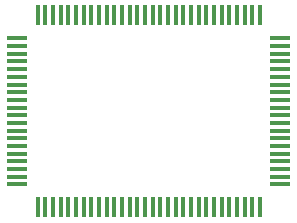
<source format=gbr>
%TF.GenerationSoftware,KiCad,Pcbnew,(6.0.11)*%
%TF.CreationDate,2024-01-13T12:12:08-05:00*%
%TF.ProjectId,PQFP-100-Adapter,50514650-2d31-4303-902d-416461707465,rev?*%
%TF.SameCoordinates,Original*%
%TF.FileFunction,Paste,Top*%
%TF.FilePolarity,Positive*%
%FSLAX46Y46*%
G04 Gerber Fmt 4.6, Leading zero omitted, Abs format (unit mm)*
G04 Created by KiCad (PCBNEW (6.0.11)) date 2024-01-13 12:12:08*
%MOMM*%
%LPD*%
G01*
G04 APERTURE LIST*
G04 Aperture macros list*
%AMRoundRect*
0 Rectangle with rounded corners*
0 $1 Rounding radius*
0 $2 $3 $4 $5 $6 $7 $8 $9 X,Y pos of 4 corners*
0 Add a 4 corners polygon primitive as box body*
4,1,4,$2,$3,$4,$5,$6,$7,$8,$9,$2,$3,0*
0 Add four circle primitives for the rounded corners*
1,1,$1+$1,$2,$3*
1,1,$1+$1,$4,$5*
1,1,$1+$1,$6,$7*
1,1,$1+$1,$8,$9*
0 Add four rect primitives between the rounded corners*
20,1,$1+$1,$2,$3,$4,$5,0*
20,1,$1+$1,$4,$5,$6,$7,0*
20,1,$1+$1,$6,$7,$8,$9,0*
20,1,$1+$1,$8,$9,$2,$3,0*%
G04 Aperture macros list end*
%ADD10RoundRect,0.100000X0.100000X-0.775000X0.100000X0.775000X-0.100000X0.775000X-0.100000X-0.775000X0*%
%ADD11RoundRect,0.100000X0.775000X-0.100000X0.775000X0.100000X-0.775000X0.100000X-0.775000X-0.100000X0*%
G04 APERTURE END LIST*
D10*
%TO.C,U1*%
X142975000Y-105915000D03*
X143625000Y-105915000D03*
X144275000Y-105915000D03*
X144925000Y-105915000D03*
X145575000Y-105915000D03*
X146225000Y-105915000D03*
X146875000Y-105915000D03*
X147525000Y-105915000D03*
X148175000Y-105915000D03*
X148825000Y-105915000D03*
X149475000Y-105915000D03*
X150125000Y-105915000D03*
X150775000Y-105915000D03*
X151425000Y-105915000D03*
X152075000Y-105915000D03*
X152725000Y-105915000D03*
X153375000Y-105915000D03*
X154025000Y-105915000D03*
X154675000Y-105915000D03*
X155325000Y-105915000D03*
X155975000Y-105915000D03*
X156625000Y-105915000D03*
X157275000Y-105915000D03*
X157925000Y-105915000D03*
X158575000Y-105915000D03*
X159225000Y-105915000D03*
X159875000Y-105915000D03*
X160525000Y-105915000D03*
X161175000Y-105915000D03*
X161825000Y-105915000D03*
D11*
X163525000Y-103965000D03*
X163525000Y-103315000D03*
X163525000Y-102665000D03*
X163525000Y-102015000D03*
X163525000Y-101365000D03*
X163525000Y-100715000D03*
X163525000Y-100065000D03*
X163525000Y-99415000D03*
X163525000Y-98765000D03*
X163525000Y-98115000D03*
X163525000Y-97465000D03*
X163525000Y-96815000D03*
X163525000Y-96165000D03*
X163525000Y-95515000D03*
X163525000Y-94865000D03*
X163525000Y-94215000D03*
X163525000Y-93565000D03*
X163525000Y-92915000D03*
X163525000Y-92265000D03*
X163525000Y-91615000D03*
D10*
X161825000Y-89665000D03*
X161175000Y-89665000D03*
X160525000Y-89665000D03*
X159875000Y-89665000D03*
X159225000Y-89665000D03*
X158575000Y-89665000D03*
X157925000Y-89665000D03*
X157275000Y-89665000D03*
X156625000Y-89665000D03*
X155975000Y-89665000D03*
X155325000Y-89665000D03*
X154675000Y-89665000D03*
X154025000Y-89665000D03*
X153375000Y-89665000D03*
X152725000Y-89665000D03*
X152075000Y-89665000D03*
X151425000Y-89665000D03*
X150775000Y-89665000D03*
X150125000Y-89665000D03*
X149475000Y-89665000D03*
X148825000Y-89665000D03*
X148175000Y-89665000D03*
X147525000Y-89665000D03*
X146875000Y-89665000D03*
X146225000Y-89665000D03*
X145575000Y-89665000D03*
X144925000Y-89665000D03*
X144275000Y-89665000D03*
X143625000Y-89665000D03*
X142975000Y-89665000D03*
D11*
X141275000Y-91615000D03*
X141275000Y-92265000D03*
X141275000Y-92915000D03*
X141275000Y-93565000D03*
X141275000Y-94215000D03*
X141275000Y-94865000D03*
X141275000Y-95515000D03*
X141275000Y-96165000D03*
X141275000Y-96815000D03*
X141275000Y-97465000D03*
X141275000Y-98115000D03*
X141275000Y-98765000D03*
X141275000Y-99415000D03*
X141275000Y-100065000D03*
X141275000Y-100715000D03*
X141275000Y-101365000D03*
X141275000Y-102015000D03*
X141275000Y-102665000D03*
X141275000Y-103315000D03*
X141275000Y-103965000D03*
%TD*%
M02*

</source>
